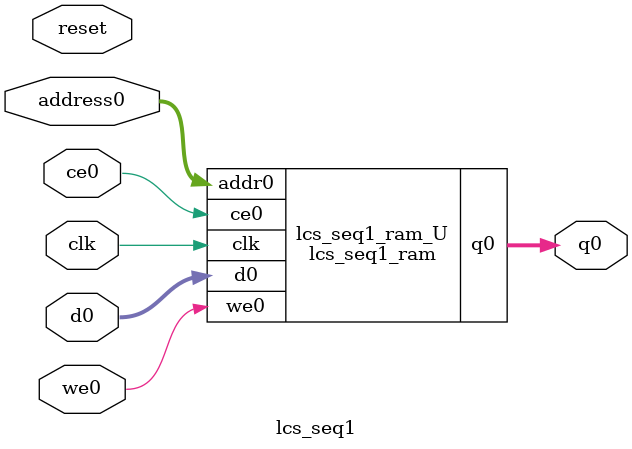
<source format=v>
`timescale 1 ns / 1 ps
module lcs_seq1_ram (addr0, ce0, d0, we0, q0,  clk);

parameter DWIDTH = 8;
parameter AWIDTH = 3;
parameter MEM_SIZE = 6;

input[AWIDTH-1:0] addr0;
input ce0;
input[DWIDTH-1:0] d0;
input we0;
output reg[DWIDTH-1:0] q0;
input clk;

(* ram_style = "distributed" *)reg [DWIDTH-1:0] ram[0:MEM_SIZE-1];




always @(posedge clk)  
begin 
    if (ce0) begin
        if (we0) 
            ram[addr0] <= d0; 
        q0 <= ram[addr0];
    end
end


endmodule

`timescale 1 ns / 1 ps
module lcs_seq1(
    reset,
    clk,
    address0,
    ce0,
    we0,
    d0,
    q0);

parameter DataWidth = 32'd8;
parameter AddressRange = 32'd6;
parameter AddressWidth = 32'd3;
input reset;
input clk;
input[AddressWidth - 1:0] address0;
input ce0;
input we0;
input[DataWidth - 1:0] d0;
output[DataWidth - 1:0] q0;



lcs_seq1_ram lcs_seq1_ram_U(
    .clk( clk ),
    .addr0( address0 ),
    .ce0( ce0 ),
    .we0( we0 ),
    .d0( d0 ),
    .q0( q0 ));

endmodule


</source>
